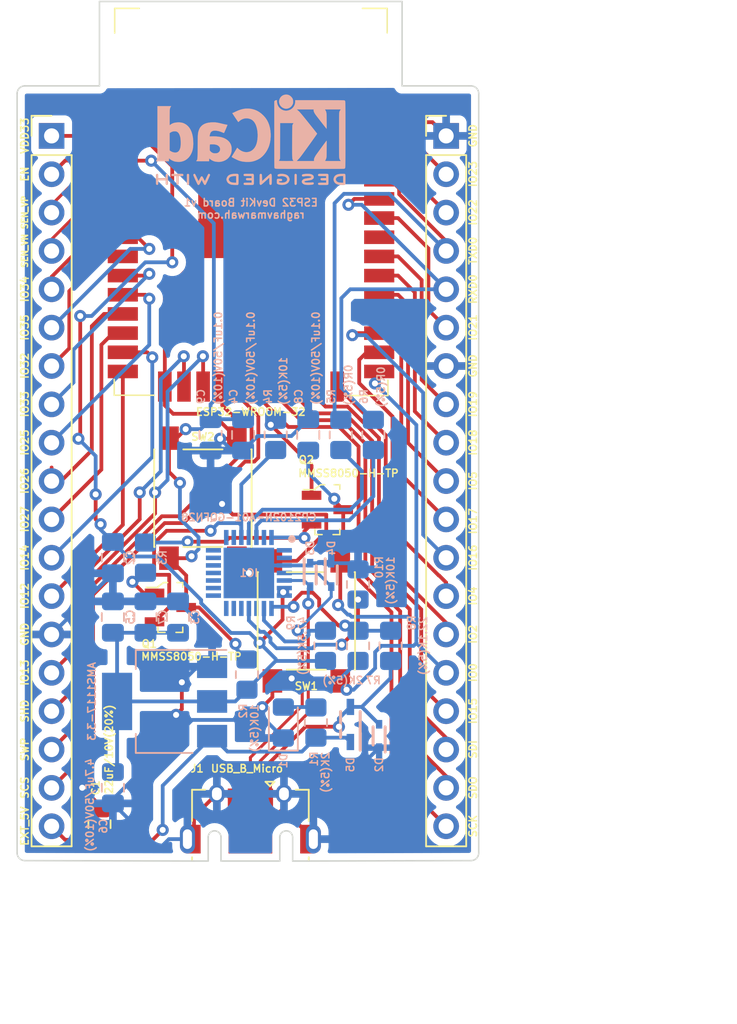
<source format=kicad_pcb>
(kicad_pcb (version 20211014) (generator pcbnew)
  (layers (0 "F.Cu" mixed) (31 "B.Cu" mixed) (34 "B.Paste" user) (35 "F.Paste" user) (36 "B.SilkS" user "B.Silkscreen") (37 "F.SilkS" user "F.Silkscreen") (38 "B.Mask" user) (39 "F.Mask" user) (44 "Edge.Cuts" user))
  (property "project_name" "ESP32 Development Kit")
  (net 0 "")
  (net 1 "/EXT_5V")
  (net 2 "GND")
  (net 3 "/VDD33")
  (net 4 "/EN")
  (net 5 "/IO0")
  (net 6 "Net-(D1-Pad2)")
  (net 7 "/VBUS")
  (net 8 "/USB_DN")
  (net 9 "/USB_DP")
  (net 10 "/DCD")
  (net 11 "/RI")
  (net 12 "Net-(IC1-Pad8)")
  (net 13 "Net-(IC1-Pad9)")
  (net 15 "Net-(IC1-Pad11)")
  (net 27 "/CTS")
  (net 28 "/RTS")
  (net 29 "/RXD")
  (net 30 "/TXD")
  (net 31 "/DSR")
  (net 32 "/DTR")
  (net 34 "/SENSOR_VP")
  (net 35 "/SENSOR_VN")
  (net 36 "/IO34")
  (net 37 "/IO35")
  (net 38 "/IO32")
  (net 39 "/IO33")
  (net 40 "/IO25")
  (net 41 "/IO26")
  (net 42 "/IO27")
  (net 43 "/IO14")
  (net 44 "/IO12")
  (net 45 "/IO13")
  (net 46 "/SHD")
  (net 47 "/SWP")
  (net 48 "/SCS")
  (net 49 "/IO23")
  (net 50 "/IO22")
  (net 51 "/TXD0")
  (net 52 "/RXD0")
  (net 53 "/IO21")
  (net 54 "/IO19")
  (net 55 "/IO18")
  (net 56 "/IO5")
  (net 57 "/IO17")
  (net 58 "/IO16")
  (net 59 "/IO4")
  (net 60 "/IO2")
  (net 61 "/IO15")
  (net 62 "/SDI")
  (net 63 "/SDO")
  (net 64 "/SCK")
  (net 66 "Net-(Q1-Pad1)")
  (net 67 "Net-(Q2-Pad1)")
  (footprint "digikey-footprints:SOT-23-3" (layer "F.Cu") (at 163.449 96.647)
    (fp_text reference "Q2")
    (fp_text value "MMSS8050-H-TP")
  )
  (footprint "Connector_USB:USB_Micro-AB_Molex_47590-0001" (layer "F.Cu") (at 158.3436 118.4656)
    (fp_text reference "J1")
    (fp_text value "USB_B_Micro")
    (fp_line (start 1.95 -0.125) (end 1.95 1.45) (layer "Edge.Cuts") (width 0.1))
    (fp_line (start -2.8 -0.125) (end -2.8 1.45) (layer "Edge.Cuts") (width 0.1))
    (fp_line (start 2.8 -0.125) (end 2.8 1.45) (layer "Edge.Cuts") (width 0.1))
    (fp_line (start -1.95 1.45) (end 1.95 1.45) (layer "Edge.Cuts") (width 0.1))
    (fp_line (start -3.75 1.45) (end -2.8 1.45) (layer "Edge.Cuts") (width 0.1))
    (fp_line (start -1.95 -0.125) (end -1.95 1.45) (layer "Edge.Cuts") (width 0.1))
    (fp_line (start 2.8 1.45) (end 3.75 1.45) (layer "Edge.Cuts") (width 0.1))
    (fp_arc (start 1.95 -0.125) (mid 2.375 -0.55) (end 2.8 -0.125) (layer "Edge.Cuts") (width 0.1))
    (fp_arc (start -2.8 -0.125) (mid -2.375 -0.55) (end -1.95 -0.125) (layer "Edge.Cuts") (width 0.1))
  )
  (footprint "Connector_PinHeader_2.54mm:PinHeader_1x19_P2.54mm_Vertical" (layer "F.Cu") (at 145.161 71.892)
    (fp_text reference "J2" hide)
    (fp_text value "Conn_01x19_Male")
  )
  (footprint "digikey-footprints:SOT-23-3" (layer "F.Cu") (at 153.035 103.124)
    (fp_text reference "Q1")
    (fp_text value "MMSS8050-H-TP")
  )
  (footprint "digikey-footprints:ESP32-WROOM-32D" (layer "F.Cu") (at 158.384 79.239)
    (fp_text reference "MOD1" hide)
    (fp_text value "ESP32-WROOM-32")
  )
  (footprint "Connector_PinHeader_2.54mm:PinHeader_1x19_P2.54mm_Vertical" (layer "F.Cu") (at 171.323 71.892)
    (fp_text reference "J3" hide)
    (fp_text value "Conn_01x19_Male")
  )
  (footprint "Button_Switch_SMD:SW_Push_1P1T_NO_6x6mm_H9.5mm" (layer "F.Cu") (at 155.194 95.885 -90)
    (fp_text reference "SW2")
    (fp_text value "SW_Push")
  )
  (footprint "Capacitor_SMD:C_0805_2012Metric_Pad1.18x1.45mm_HandSolder" (layer "F.Cu") (at 148.336 117.475 90)
    (fp_text reference "C1")
    (fp_text value "22uF/10V(20%)")
  )
  (footprint "Button_Switch_SMD:SW_Push_1P1T_NO_6x6mm_H9.5mm" (layer "F.Cu") (at 162.052 104.013 90)
    (fp_text reference "SW1")
    (fp_text value "SW_Push")
  )
  (footprint "Capacitor_SMD:C_0805_2012Metric_Pad1.18x1.45mm_HandSolder" (layer "B.Cu") (at 153.543 103.759 90)
    (fp_text reference "C3")
    (fp_text value "22uF/10V(20%)")
  )
  (footprint "Resistor_SMD:R_0805_2012Metric_Pad1.20x1.40mm_HandSolder" (layer "B.Cu") (at 165.481 101.6 90)
    (fp_text reference "R10")
    (fp_text value "10K(5%)")
  )
  (footprint "Resistor_SMD:R_0805_2012Metric_Pad1.20x1.40mm_HandSolder" (layer "B.Cu") (at 158.115 107.569 90)
    (fp_text reference "R2")
    (fp_text value "10K(5%)")
  )
  (footprint "Resistor_SMD:R_0805_2012Metric_Pad1.20x1.40mm_HandSolder" (layer "B.Cu") (at 164.338 91.694 90)
    (fp_text reference "R5")
    (fp_text value "0R(5%)")
  )
  (footprint "Capacitor_SMD:C_0805_2012Metric_Pad1.18x1.45mm_HandSolder" (layer "B.Cu") (at 151.384 103.759 90)
    (fp_text reference "C7")
    (fp_text value "0.1uF/50V(10%)")
  )
  (footprint "Capacitor_SMD:C_0805_2012Metric_Pad1.18x1.45mm_HandSolder" (layer "B.Cu") (at 149.225 99.822 -90)
    (fp_text reference "C2")
    (fp_text value "22uF/10V(20%)")
  )
  (footprint "Resistor_SMD:R_0805_2012Metric_Pad1.20x1.40mm_HandSolder" (layer "B.Cu") (at 151.384 99.822 90)
    (fp_text reference "R3")
    (fp_text value "10K(5%)")
  )
  (footprint "Symbol:KiCad-Logo2_5mm_SilkScreen" (layer "B.Cu") (at 158.369 72.136 180)
    (fp_text reference "REF**" hide)
    (fp_text value "KiCad-Logo2_5mm_SilkScreen" hide)
  )
  (footprint "LESD5D5:SODFL1608X70N" (layer "B.Cu") (at 163.703 100.965 -90)
    (fp_text reference "D4")
    (fp_text value "LESD5D5.0CT1G" hide)
  )
  (footprint "Capacitor_SMD:C_0805_2012Metric_Pad1.18x1.45mm_HandSolder" (layer "B.Cu") (at 149.225 103.759 90)
    (fp_text reference "C5")
    (fp_text value "0.1uF/50V(10%)")
  )
  (footprint "BAT760-7:SOD2513X120N" (layer "B.Cu") (at 164.973 110.871 90)
    (fp_text reference "D5")
    (fp_text value "BAT760-7" hide)
  )
  (footprint "Resistor_SMD:R_0805_2012Metric_Pad1.20x1.40mm_HandSolder" (layer "B.Cu") (at 165.481 105.664 90)
    (fp_text reference "R7")
    (fp_text value "47.5K(5%)")
  )
  (footprint "Resistor_SMD:R_0805_2012Metric_Pad1.20x1.40mm_HandSolder" (layer "B.Cu") (at 167.64 105.664 90)
    (fp_text reference "R8")
    (fp_text value "22.1K(5%)")
  )
  (footprint "Resistor_SMD:R_0805_2012Metric_Pad1.20x1.40mm_HandSolder" (layer "B.Cu") (at 163.322 105.664 -90)
    (fp_text reference "R9")
    (fp_text value "2K(5%)")
  )
  (footprint "CP2102N-A01-GQFN28:QFN50P500X500X80-29N-D" (layer "B.Cu") (at 158.242 100.838 180)
    (fp_text reference "IC1")
    (fp_text value "CP2102N-A01-GQFN28")
  )
  (footprint "Capacitor_SMD:C_0805_2012Metric_Pad1.18x1.45mm_HandSolder" (layer "B.Cu") (at 157.861 91.694 -90)
    (fp_text reference "C4")
    (fp_text value "0.1uF/50V(10%)")
  )
  (footprint "Capacitor_SMD:C_0805_2012Metric_Pad1.18x1.45mm_HandSolder" (layer "B.Cu") (at 162.179 91.694 90)
    (fp_text reference "C8")
    (fp_text value "0.1uF/50V(10%)")
  )
  (footprint "LED_SMD:LED_0805_2012Metric_Pad1.15x1.40mm_HandSolder" (layer "B.Cu") (at 160.528 110.744 90)
    (fp_text reference "D1")
    (fp_text value "LED")
  )
  (footprint "Capacitor_SMD:C_0805_2012Metric_Pad1.18x1.45mm_HandSolder" (layer "B.Cu") (at 155.702 91.694 -90)
    (fp_text reference "C9")
    (fp_text value "0.1uF/50V(10%)")
  )
  (footprint "Capacitor_SMD:C_0805_2012Metric_Pad1.18x1.45mm_HandSolder" (layer "B.Cu") (at 149.225 115.062 -90)
    (fp_text reference "C6")
    (fp_text value "4.7uF/50V(10%)")
  )
  (footprint "Resistor_SMD:R_0805_2012Metric_Pad1.20x1.40mm_HandSolder" (layer "B.Cu") (at 166.497 91.694 90)
    (fp_text reference "R6")
    (fp_text value "0R(5%)")
  )
  (footprint "LESD5D5:SODFL1608X70N" (layer "B.Cu") (at 166.878 111.633 90)
    (fp_text reference "D2")
    (fp_text value "LESD5D5.0CT1G" hide)
  )
  (footprint "Package_TO_SOT_SMD:SOT-223-3_TabPin2" (layer "B.Cu") (at 152.654 109.347 180)
    (fp_text reference "U1" hide)
    (fp_text value "AMS1117-3.3")
  )
  (footprint "Resistor_SMD:R_0805_2012Metric_Pad1.20x1.40mm_HandSolder" (layer "B.Cu") (at 162.687 110.744 90)
    (fp_text reference "R1")
    (fp_text value "2K(5%)")
  )
  (footprint "LESD5D5:SODFL1608X70N" (layer "B.Cu") (at 162.306 100.965 -90)
    (fp_text reference "D3")
    (fp_text value "LESD5D5.0CT1G" hide)
  )
  (footprint "Resistor_SMD:R_0805_2012Metric_Pad1.20x1.40mm_HandSolder" (layer "B.Cu") (at 160.02 91.694 -90)
    (fp_text reference "R4")
    (fp_text value "10K(5%)")
  )
  (gr_line (start 168.402 62.992) (end 148.336 62.992) (layer "Edge.Cuts") (width 0.1))
  (gr_line (start 172.847 68.58) (end 172.974 68.58) (layer "Edge.Cuts") (width 0.1))
  (gr_line (start 168.402 68.58) (end 168.402 62.992) (layer "Edge.Cuts") (width 0.1))
  (gr_arc (start 142.875 69.088) (mid 143.02379 68.72879) (end 143.383 68.58) (layer "Edge.Cuts") (width 0.1))
  (gr_line (start 162.0936 119.9156) (end 172.974 119.888) (layer "Edge.Cuts") (width 0.1))
  (gr_arc (start 143.383 119.888) (mid 143.02379 119.73921) (end 142.875 119.38) (layer "Edge.Cuts") (width 0.1))
  (gr_line (start 143.383 68.58) (end 143.383 68.58) (layer "Edge.Cuts") (width 0.1))
  (gr_arc (start 172.974 68.58) (mid 173.33321 68.72879) (end 173.482 69.088) (layer "Edge.Cuts") (width 0.1))
  (gr_line (start 148.336 68.58) (end 143.383 68.58) (layer "Edge.Cuts") (width 0.1))
  (gr_line (start 142.875 69.088) (end 142.875 69.088) (layer "Edge.Cuts") (width 0.1))
  (gr_line (start 142.875 69.088) (end 142.875 119.38) (layer "Edge.Cuts") (width 0.1))
  (gr_line (start 173.482 69.088) (end 173.482 69.088) (layer "Edge.Cuts") (width 0.1))
  (gr_line (start 173.482 119.38) (end 173.482 69.088) (layer "Edge.Cuts") (width 0.1))
  (gr_line (start 148.336 62.992) (end 148.336 68.58) (layer "Edge.Cuts") (width 0.1))
  (gr_line (start 143.383 119.888) (end 154.5936 119.9156) (layer "Edge.Cuts") (width 0.1))
  (gr_arc (start 173.482 119.38) (mid 173.33321 119.73921) (end 172.974 119.888) (layer "Edge.Cuts") (width 0.1))
  (gr_line (start 172.847 68.58) (end 168.402 68.58) (layer "Edge.Cuts") (width 0.1))
  (gr_text "ESP32 DevKit Board v1\nraghavmarwah.com" (at 158.369 76.708) (layer "B.SilkS") (effects (font (size 0.5 0.5) (thickness 0.1)) (justify mirror)))
  (gr_text "SEN_VP" (at 143.383 76.962 90) (layer "F.SilkS") (effects (font (size 0.4 0.4) (thickness 0.1))))
  (gr_text "IO18" (at 173.101 92.202 90) (layer "F.SilkS") (effects (font (size 0.5 0.5) (thickness 0.1))))
  (gr_text "IO13" (at 143.383 107.442 90) (layer "F.SilkS") (effects (font (size 0.5 0.5) (thickness 0.1))))
  (gr_text "SEN_VN" (at 143.383 79.502 90) (layer "F.SilkS") (effects (font (size 0.4 0.4) (thickness 0.1))))
  (gr_text "IO12" (at 143.383 102.362 90) (layer "F.SilkS") (effects (font (size 0.5 0.5) (thickness 0.1))))
  (gr_text "SDO" (at 173.101 115.062 90) (layer "F.SilkS") (effects (font (size 0.5 0.5) (thickness 0.1))))
  (gr_text "SWP" (at 143.383 112.522 90) (layer "F.SilkS") (effects (font (size 0.5 0.5) (thickness 0.1))))
  (gr_text "IO4" (at 173.101 102.362 90) (layer "F.SilkS") (effects (font (size 0.5 0.5) (thickness 0.1))))
  (gr_text "TXD0" (at 173.101 79.502 90) (layer "F.SilkS") (effects (font (size 0.5 0.5) (thickness 0.1))))
  (gr_text "IO15" (at 173.101 109.982 90) (layer "F.SilkS") (effects (font (size 0.5 0.5) (thickness 0.1))))
  (gr_text "IO2" (at 173.101 104.902 90) (layer "F.SilkS") (effects (font (size 0.5 0.5) (thickness 0.1))))
  (gr_text "GND" (at 143.383 104.902 90) (layer "F.SilkS") (effects (font (size 0.5 0.5) (thickness 0.1))))
  (gr_text "IO5" (at 173.101 94.742 90) (layer "F.SilkS") (effects (font (size 0.5 0.5) (thickness 0.1))))
  (gr_text "IO26" (at 143.383 94.742 90) (layer "F.SilkS") (effects (font (size 0.5 0.5) (thickness 0.1))))
  (gr_text "IO17" (at 173.101 97.409 90) (layer "F.SilkS") (effects (font (size 0.5 0.5) (thickness 0.1))))
  (gr_text "GND" (at 173.101 71.882 90) (layer "F.SilkS") (effects (font (size 0.5 0.5) (thickness 0.1))))
  (gr_text "SCK" (at 173.101 117.602 90) (layer "F.SilkS") (effects (font (size 0.5 0.5) (thickness 0.1))))
  (gr_text "IO27" (at 143.383 97.282 90) (layer "F.SilkS") (effects (font (size 0.5 0.5) (thickness 0.1))))
  (gr_text "EN" (at 143.383 74.422 90) (layer "F.SilkS") (effects (font (size 0.5 0.5) (thickness 0.1))))
  (gr_text "VDD33" (at 143.383 71.882 90) (layer "F.SilkS") (effects (font (size 0.5 0.5) (thickness 0.1))))
  (gr_text "GND" (at 173.101 87.122 90) (layer "F.SilkS") (effects (font (size 0.5 0.5) (thickness 0.1))))
  (gr_text "IO33" (at 143.383 89.662 90) (layer "F.SilkS") (effects (font (size 0.5 0.5) (thickness 0.1))))
  (gr_text "IO32" (at 143.383 87.122 90) (layer "F.SilkS") (effects (font (size 0.5 0.5) (thickness 0.1))))
  (gr_text "IO19" (at 173.101 89.662 90) (layer "F.SilkS") (effects (font (size 0.5 0.5) (thickness 0.1))))
  (gr_text "SHD" (at 143.383 109.982 90) (layer "F.SilkS") (effects (font (size 0.5 0.5) (thickness 0.1))))
  (gr_text "IO35" (at 143.383 84.582 90) (layer "F.SilkS") (effects (font (size 0.5 0.5) (thickness 0.1))))
  (gr_text "SDI" (at 173.101 112.522 90) (layer "F.SilkS") (effects (font (size 0.5 0.5) (thickness 0.1))))
  (gr_text "IO21" (at 173.101 84.582 90) (layer "F.SilkS") (effects (font (size 0.5 0.5) (thickness 0.1))))
  (gr_text "IO34" (at 143.383 82.042 90) (layer "F.SilkS") (effects (font (size 0.5 0.5) (thickness 0.1))))
  (gr_text "SCS" (at 143.383 115.062 90) (layer "F.SilkS") (effects (font (size 0.5 0.5) (thickness 0.1))))
  (gr_text "RXD0" (at 173.101 82.042 90) (layer "F.SilkS") (effects (font (size 0.5 0.5) (thickness 0.1))))
  (gr_text "IO0" (at 173.101 107.442 90) (layer "F.SilkS") (effects (font (size 0.5 0.5) (thickness 0.1))))
  (gr_text "IO22" (at 173.101 76.962 90) (layer "F.SilkS") (effects (font (size 0.5 0.5) (thickness 0.1))))
  (gr_text "IO25" (at 143.383 92.202 90) (layer "F.SilkS") (effects (font (size 0.5 0.5) (thickness 0.1))))
  (gr_text "IO23" (at 173.101 74.422 90) (layer "F.SilkS") (effects (font (size 0.5 0.5) (thickness 0.1))))
  (gr_text "IO16" (at 173.101 99.822 90) (layer "F.SilkS") (effects (font (size 0.5 0.5) (thickness 0.1))))
  (gr_text "IO14" (at 143.383 99.822 90) (layer "F.SilkS") (effects (font (size 0.5 0.5) (thickness 0.1))))
  (gr_text "EXT_5V" (at 143.383 117.602 90) (layer "F.SilkS") (effects (font (size 0.5 0.5) (thickness 0.1))))
  (segment (start 146.0615 118.5125) (end 148.336 118.5125) (width 0.25) (layer "F.Cu") (net 1))
  (segment (start 151.8705 118.5125) (end 152.527 117.856) (width 0.25) (layer "F.Cu") (net 1))
  (segment (start 148.336 118.5125) (end 151.8705 118.5125) (width 0.25) (layer "F.Cu") (net 1))
  (segment (start 145.161 117.612) (end 146.0615 118.5125) (width 0.25) (layer "F.Cu") (net 1))
  (via (at 152.527 117.856) (size 0.8) (drill 0.4) (layers "F.Cu" "B.Cu") (net 1))
  (segment (start 152.527 117.856) (end 152.527 114.924) (width 0.25) (layer "B.Cu") (net 1))
  (segment (start 162.687 111.744) (end 164.684 111.744) (width 0.25) (layer "B.Cu") (net 1))
  (segment (start 156.826 112.669) (end 161.762 112.669) (width 0.25) (layer "B.Cu") (net 1))
  (segment (start 164.684 111.744) (end 164.973 112.033) (width 0.25) (layer "B.Cu") (net 1))
  (segment (start 152.527 114.924) (end 155.804 111.647) (width 0.25) (layer "B.Cu") (net 1))
  (segment (start 155.804 111.647) (end 156.826 112.669) (width 0.25) (layer "B.Cu") (net 1))
  (segment (start 161.762 112.669) (end 162.687 111.744) (width 0.25) (layer "B.Cu") (net 1))
  (segment (start 154.6061 118.4656) (end 154.6061 116.9781) (width 0.25) (layer "F.Cu") (net 2))
  (segment (start 157.384 77.484) (end 152.669 82.199) (width 0.25) (layer "F.Cu") (net 2))
  (segment (start 160.5686 116.5156) (end 160.5686 115.4656) (width 0.25) (layer "F.Cu") (net 2))
  (segment (start 153.222 90.297) (end 155.831 90.297) (width 0.25) (layer "F.Cu") (net 2))
  (segment (start 153.797 108.077) (end 153.797 109.855) (width 0.25) (layer "F.Cu") (net 2))
  (segment (start 159.624 99.86) (end 159.802 100.038) (width 0.25) (layer "F.Cu") (net 2))
  (segment (start 156.464 96.266) (end 157.17 96.972) (width 0.25) (layer "F.Cu") (net 2))
  (segment (start 166.884 70.984) (end 170.415 70.984) (width 0.25) (layer "F.Cu") (net 2))
  (segment (start 155.831 90.297) (end 157.444 91.91) (width 0.25) (layer "F.Cu") (net 2))
  (segment (start 161.426805 100.038) (end 159.802 100.038) (width 0.25) (layer "F.Cu") (net 2))
  (segment (start 163.884 70.984) (end 166.884 70.984) (width 0.25) (layer "F.Cu") (net 2))
  (segment (start 160.9145 107.988) (end 161.0795 107.823) (width 0.25) (layer "F.Cu") (net 2))
  (segment (start 163.374 96.972) (end 163.374 98.090805) (width 0.25) (layer "F.Cu") (net 2))
  (segment (start 157.444 100.04) (end 158.242 100.838) (width 0.25) (layer "F.Cu") (net 2))
  (segment (start 158.4936 118.4656) (end 158.3436 118.4656) (width 0.25) (layer "F.Cu") (net 2))
  (segment (start 150.884 70.984) (end 157.384 77.484) (width 0.25) (layer "F.Cu") (net 2))
  (segment (start 156.337 91.948) (end 157.406 91.948) (width 0.25) (layer "F.Cu") (net 2))
  (segment (start 159.802 107.988) (end 160.9145 107.988) (width 0.25) (layer "F.Cu") (net 2))
  (segment (start 157.0436 117.1656) (end 158.3436 118.4656) (width 0.25) (layer "F.Cu") (net 2))
  (segment (start 159.802 109.057) (end 159.131 109.728) (width 0.25) (layer "F.Cu") (net 2))
  (segment (start 152.669 89.744) (end 153.222 90.297) (width 0.25) (layer "F.Cu") (net 2))
  (segment (start 157.444 99.86) (end 159.624 99.86) (width 0.25) (layer "F.Cu") (net 2))
  (segment (start 154.6061 116.9781) (end 156.1186 115.4656) (width 0.25) (layer "F.Cu") (net 2))
  (segment (start 160.5686 115.4656) (end 160.5686 116.3906) (width 0.25) (layer "F.Cu") (net 2))
  (segment (start 152.669 82.199) (end 152.669 88.494) (width 0.25) (layer "F.Cu") (net 2))
  (segment (start 163.374 98.090805) (end 161.426805 100.038) (width 0.25) (layer "F.Cu") (net 2))
  (segment (start 157.17 96.972) (end 163.374 96.972) (width 0.25) (layer "F.Cu") (net 2))
  (segment (start 152.669 88.494) (end 152.669 89.744) (width 0.25) (layer "F.Cu") (net 2))
  (segment (start 160.5686 116.3906) (end 158.4936 118.4656) (width 0.25) (layer "F.Cu") (net 2))
  (segment (start 156.7186 115.4656) (end 157.0436 115.7906) (width 0.25) (layer "F.Cu") (net 2))
  (segment (start 157.406 91.948) (end 157.444 91.91) (width 0.25) (layer "F.Cu") (net 2))
  (segment (start 157.384 77.484) (end 163.884 70.984) (width 0.25) (layer "F.Cu") (net 2))
  (segment (start 157.444 99.86) (end 157.444 100.04) (width 0.25) (layer "F.Cu") (net 2))
  (segment (start 157.0436 115.7906) (end 157.0436 117.1656) (width 0.25) (layer "F.Cu") (net 2))
  (segment (start 170.415 70.984) (end 171.323 71.892) (width 0.25) (layer "F.Cu") (net 2))
  (segment (start 148.336 116.205) (end 147.193 115.062) (width 0.25) (layer "F.Cu") (net 2))
  (segment (start 159.802 107.988) (end 159.802 109.057) (width 0.25) (layer "F.Cu") (net 2))
  (segment (start 156.1186 115.4656) (end 156.7186 115.4656) (width 0.25) (layer "F.Cu") (net 2))
  (segment (start 162.5186 118.4656) (end 160.5686 116.5156) (width 0.25) (layer "F.Cu") (net 2))
  (segment (start 149.884 70.984) (end 150.884 70.984) (width 0.25) (layer "F.Cu") (net 2))
  (segment (start 153.797 109.855) (end 153.416 110.236) (width 0.25) (layer "F.Cu") (net 2))
  (segment (start 148.336 116.4375) (end 148.336 116.205) (width 0.25) (layer "F.Cu") (net 2))
  (via (at 156.464 96.266) (size 0.8) (drill 0.4) (layers "F.Cu" "B.Cu") (net 2))
  (via (at 153.416 110.236) (size 0.8) (drill 0.4) (layers "F.Cu" "B.Cu") (net 2))
  (via (at 147.193 115.062) (size 0.8) (drill 0.4) (layers "F.Cu" "B.Cu") (net 2))
  (via (at 153.797 108.077) (size 0.8) (drill 0.4) (layers "F.Cu" "B.Cu") (net 2))
  (via (at 156.337 91.948) (size 0.8) (drill 0.4) (layers "F.Cu" "B.Cu") (net 2))
  (via (at 159.131 109.728) (size 0.8) (drill 0.4) (layers "F.Cu" "B.Cu") (net 2))
  (via (at 161.0795 107.823) (size 0.8) (drill 0.4) (layers "F.Cu" "B.Cu") (net 2))
  (via (at 158.242 100.838) (size 0.8) (drill 0.4) (layers "F.Cu" "B.Cu") (net 2))
  (segment (start 157.861 92.7315) (end 158.8235 91.769) (width 0.25) (layer "B.Cu") (net 2))
  (segment (start 160.592 100.338) (end 158.742 100.338) (width 0.25) (layer "B.Cu") (net 2))
  (segment (start 153.543 102.7215) (end 155.804 104.9825) (width 0.25) (layer "B.Cu") (net 2))
  (segment (start 160.5686 115.4656) (end 163.8204 115.4656) (width 0.25) (layer "B.Cu") (net 2))
  (segment (start 155.702 92.7315) (end 157.861 92.7315) (width 0.25) (layer "B.Cu") (net 2))
  (segment (start 154.827 107.047) (end 153.797 108.077) (width 0.25) (layer "B.Cu") (net 2))
  (segment (start 161.0795 107.823) (end 164.322 107.823) (width 0.25) (layer "B.Cu") (net 2))
  (segment (start 145.161 104.912) (end 149.2135 100.8595) (width 0.25) (layer "B.Cu") (net 2))
  (segment (start 154.479 110.572) (end 159.331 110.572) (width 0.25) (layer "B.Cu") (net 2))
  (segment (start 157.861 92.7315) (end 157.1205 92.7315) (width 0.25) (layer "B.Cu") (net 2))
  (segment (start 155.804 107.047) (end 154.827 107.047) (width 0.25) (layer "B.Cu") (net 2))
  (segment (start 155.702 95.504) (end 155.702 92.7315) (width 0.25) (layer "B.Cu") (net 2))
  (segment (start 155.804 104.9825) (end 155.804 107.047) (width 0.25) (layer "B.Cu") (net 2))
  (segment (start 162.306 100.19) (end 163.703 100.19) (width 0.25) (layer "B.Cu") (net 2))
  (segment (start 159.331 110.572) (end 160.528 111.769) (width 0.25) (layer "B.Cu") (net 2))
  (segment (start 149.225 100.8595) (end 149.225 102.7215) (width 0.25) (layer "B.Cu") (net 2))
  (segment (start 160.592 100.338) (end 162.158 100.338) (width 0.25) (layer "B.Cu") (net 2))
  (segment (start 149.2135 100.8595) (end 149.225 100.8595) (width 0.25) (layer "B.Cu") (net 2))
  (segment (start 152.434705 118.9736) (end 152.942705 118.4656) (width 0.25) (layer "B.Cu") (net 2))
  (segment (start 165.071 100.19) (end 165.481 100.6) (width 0.25) (layer "B.Cu") (net 2))
  (segment (start 152.942705 118.4656) (end 154.1686 118.4656) (width 0.25) (layer "B.Cu") (net 2))
  (segment (start 149.225 102.7215) (end 151.384 102.7215) (width 0.25) (layer "B.Cu") (net 2))
  (segment (start 157.1205 92.7315) (end 156.337 91.948) (width 0.25) (layer "B.Cu") (net 2))
  (segment (start 163.8204 115.4656) (end 166.878 112.408) (width 0.25) (layer "B.Cu") (net 2))
  (segment (start 162.158 100.338) (end 162.306 100.19) (width 0.25) (layer "B.Cu") (net 2))
  (segment (start 149.225 115.826) (end 153.4805 111.5705) (width 0.25) (layer "B.Cu") (net 2))
  (segment (start 153.4805 111.5705) (end 154.479 110.572) (width 0.25) (layer "B.Cu") (net 2))
  (segment (start 163.703 100.19) (end 165.071 100.19) (width 0.25) (layer "B.Cu") (net 2))
  (segment (start 164.322 107.823) (end 165.481 106.664) (width 0.25) (layer "B.Cu") (net 2))
  (segment (start 149.225 116.0995) (end 150.2664 117.1409) (width 0.25) (layer "B.Cu") (net 2))
  (segment (start 158.8235 91.769) (end 161.0665 91.769) (width 0.25) (layer "B.Cu") (net 2))
  (segment (start 153.416 111.506) (end 153.4805 111.5705) (width 0.25) (layer "B.Cu") (net 2))
  (segment (start 151.384 102.7215) (end 153.543 102.7215) (width 0.25) (layer "B.Cu") (net 2))
  (segment (start 149.225 116.0995) (end 149.225 115.826) (width 0.25) (layer "B.Cu") (net 2))
  (segment (start 159.131 110.372) (end 159.331 110.572) (width 0.25) (layer "B.Cu") (net 2))
  (segment (start 161.0665 91.769) (end 162.179 90.6565) (width 0.25) (layer "B.Cu") (net 2))
  (segment (start 159.131 109.728) (end 159.131 110.372) (width 0.25) (layer "B.Cu") (net 2))
  (segment (start 150.2664 118.9736) (end 152.434705 118.9736) (width 0.25) (layer "B.Cu") (net 2))
  (segment (start 156.464 96.266) (end 155.702 95.504) (width 0.25) (layer "B.Cu") (net 2))
  (segment (start 158.742 100.338) (end 158.242 100.838) (width 0.25) (layer "B.Cu") (net 2))
  (segment (start 153.416 110.236) (end 153.416 111.506) (width 0.25) (layer "B.Cu") (net 2))
  (segment (start 150.2664 117.1409) (end 150.2664 118.9736) (width 0.25) (layer "B.Cu") (net 2))
  (segment (start 153.162 73.904695) (end 153.162 80.264) (width 0.25) (layer "F.Cu") (net 3))
  (segment (start 160.476268 103.934435) (end 160.476268 102.148234) (width 0.25) (layer "F.Cu") (net 3))
  (segment (start 148.082 97.282) (end 148.408799 97.608799) (width 0.25) (layer "F.Cu") (net 3))
  (segment (start 148.082 95.631) (end 148.082 97.282) (width 0.25) (layer "F.Cu") (net 3))
  (segment (start 149.884 72.254) (end 151.511305 72.254) (width 0.25) (layer "F.Cu") (net 3))
  (segment (start 158.949305 105.461398) (end 160.476268 103.934435) (width 0.25) (layer "F.Cu") (net 3))
  (segment (start 160.476268 102.148234) (end 160.516502 102.108) (width 0.25) (layer "F.Cu") (net 3))
  (segment (start 149.522 71.892) (end 149.884 72.254) (width 0.25) (layer "F.Cu") (net 3))
  (segment (start 147.0605 83.82) (end 147.0605 91.8265) (width 0.25) (layer "F.Cu") (net 3))
  (segment (start 147.0605 91.8265) (end 146.939 91.948) (width 0.25) (layer "F.Cu") (net 3))
  (segment (start 145.161 71.892) (end 149.522 71.892) (width 0.25) (layer "F.Cu") (net 3))
  (segment (start 151.511305 72.254) (end 153.162 73.904695) (width 0.25) (layer "F.Cu") (net 3))
  (via (at 153.162 80.264) (size 0.8) (drill 0.4) (layers "F.Cu" "B.Cu") (net 3))
  (via (at 146.939 91.948) (size 0.8) (drill 0.4) (layers "F.Cu" "B.Cu") (net 3))
  (via (at 147.0605 83.82) (size 0.8) (drill 0.4) (layers "F.Cu" "B.Cu") (net 3))
  (via (at 160.516502 102.108) (size 0.8) (drill 0.4) (layers "F.Cu" "B.Cu") (net 3))
  (via (at 148.082 95.631) (size 0.8) (drill 0.4) (layers "F.Cu" "B.Cu") (net 3))
  (via (at 158.949305 105.461398) (size 0.8) (drill 0.4) (layers "F.Cu" "B.Cu") (net 3))
  (via (at 148.408799 97.608799) (size 0.8) (drill 0.4) (layers "F.Cu" "B.Cu") (net 3))
  (segment (start 150.1875 99.747) (end 149.225 98.7845) (width 0.25) (layer "B.Cu") (net 3))
  (segment (start 160.592 102.183498) (end 160.516502 102.108) (width 0.25) (layer "B.Cu") (net 3))
  (segment (start 160.592 101.838) (end 160.592 102.338) (width 0.25) (layer "B.Cu") (net 3))
  (segment (start 155.804 109.347) (end 157.337 109.347) (width 0.25) (layer "B.Cu") (net 3))
  (segment (start 149.225 104.7965) (end 151.384 104.7965) (width 0.25) (layer "B.Cu") (net 3))
  (segment (start 158.949305 105.461398) (end 158.299907 104.812) (width 0.25) (layer "B.Cu") (net 3))
  (segment (start 155.078448 102.627448) (end 152.198 99.747) (width 0.25) (layer "B.Cu") (net 3))
  (segment (start 155.078448 102.837753) (end 155.078448 102.627448) (width 0.25) (layer "B.Cu") (net 3))
  (segment (start 149.225 104.7965) (end 149.504 105.0755) (width 0.25) (layer "B.Cu") (net 3))
  (segment (start 147.818695 83.82) (end 147.0605 83.82) (width 0.25) (layer "B.Cu") (net 3))
  (segment (start 153.162 80.264) (end 151.374695 80.264) (width 0.25) (layer "B.Cu") (net 3))
  (segment (start 148.408799 97.608799) (end 148.408799 97.968299) (width 0.25) (layer "B.Cu") (net 3))
  (segment (start 151.374695 80.264) (end 147.818695 83.82) (width 0.25) (layer "B.Cu") (net 3))
  (segment (start 152.198 99.747) (end 150.1875 99.747) (width 0.25) (layer "B.Cu") (net 3))
  (segment (start 151.384 104.7965) (end 153.543 104.7965) (width 0.25) (layer "B.Cu") (net 3))
  (segment (start 149.504 109.347) (end 155.804 109.347) (width 0.25) (layer "B.Cu") (net 3))
  (segment (start 148.408799 97.968299) (end 149.225 98.7845) (width 0.25) (layer "B.Cu") (net 3))
  (segment (start 148.082 93.091) (end 148.082 95.631) (width 0.25) (layer "B.Cu") (net 3))
  (segment (start 149.504 105.0755) (end 149.504 109.347) (width 0.25) (layer "B.Cu") (net 3))
  (segment (start 157.337 109.347) (end 158.115 108.569) (width 0.25) (layer "B.Cu") (net 3))
  (segment (start 157.052695 104.812) (end 155.078448 102.837753) (width 0.25) (layer "B.Cu") (net 3))
  (segment (start 158.299907 104.812) (end 157.052695 104.812) (width 0.25) (layer "B.Cu") (net 3))
  (segment (start 160.02 106.664) (end 163.322 106.664) (width 0.25) (layer "B.Cu") (net 3))
  (segment (start 158.949305 105.461398) (end 160.02 106.532093) (width 0.25) (layer "B.Cu") (net 3))
  (segment (start 146.939 91.948) (end 148.082 93.091) (width 0.25) (layer "B.Cu") (net 3))
  (segment (start 160.02 106.532093) (end 160.02 106.664) (width 0.25) (layer "B.Cu") (net 3))
  (segment (start 160.592 102.338) (end 160.592 102.183498) (width 0.25) (layer "B.Cu") (net 3))
  (segment (start 149.504 113.7455) (end 149.504 109.347) (width 0.25) (layer "B.Cu") (net 3))
  (segment (start 149.225 114.0245) (end 149.504 113.7455) (width 0.25) (layer "B.Cu") (net 3))
  (segment (start 158.115 108.569) (end 160.02 106.664) (width 0.25) (layer "B.Cu") (net 3))
  (segment (start 154.314698 99.86) (end 154.442263 99.732435) (width 0.25) (layer "F.Cu") (net 4))
  (segment (start 149.893 73.533) (end 149.884 73.524) (width 0.25) (layer "F.Cu") (net 4))
  (segment (start 146.069 73.524) (end 149.884 73.524) (width 0.25) (layer "F.Cu") (net 4))
  (segment (start 152.944 99.86) (end 154.314698 99.86) (width 0.25) (layer "F.Cu") (net 4))
  (segment (start 153.454 91.91) (end 154.051 91.313) (width 0.25) (layer "F.Cu") (net 4))
  (segment (start 145.161 74.432) (end 146.069 73.524) (width 0.25) (layer "F.Cu") (net 4))
  (segment (start 151.765 73.533) (end 149.893 73.533) (width 0.25) (layer "F.Cu") (net 4))
  (segment (start 152.944 94.143) (end 153.67 94.869) (width 0.25) (layer "F.Cu") (net 4))
  (segment (start 154.085 103.124) (end 154.94 103.124) (width 0.25) (layer "F.Cu") (net 4))
  (segment (start 152.944 99.86) (end 154.085 101.001) (width 0.25) (layer "F.Cu") (net 4))
  (segment (start 152.944 91.91) (end 153.454 91.91) (width 0.25) (layer "F.Cu") (net 4))
  (segment (start 154.94 103.124) (end 157.353 105.537) (width 0.25) (layer "F.Cu") (net 4))
  (segment (start 152.944 91.91) (end 152.944 94.143) (width 0.25) (layer "F.Cu") (net 4))
  (segment (start 154.085 101.001) (end 154.085 103.124) (width 0.25) (layer "F.Cu") (net 4))
  (via (at 154.051 91.313) (size 0.8) (drill 0.4) (layers "F.Cu" "B.Cu") (net 4))
  (via (at 157.353 105.537) (size 0.8) (drill 0.4) (layers "F.Cu" "B.Cu") (net 4))
  (via (at 153.67 94.869) (size 0.8) (drill 0.4) (layers "F.Cu" "B.Cu") (net 4))
  (via (at 151.765 73.533) (size 0.8) (drill 0.4) (layers "F.Cu" "B.Cu") (net 4))
  (via (at 154.442263 99.732435) (size 0.8) (drill 0.4) (layers "F.Cu" "B.Cu") (net 4))
  (segment (start 155.702 89.662) (end 155.702 90.6565) (width 0.25) (layer "B.Cu") (net 4))
  (segment (start 157.353 105.807) (end 158.115 106.569) (width 0.25) (layer "B.Cu") (net 4))
  (segment (start 153.67 94.869) (end 153.67 97.235195) (width 0.25) (layer "B.Cu") (net 4))
  (segment (start 155.919 77.687) (end 155.919 89.445) (width 0.25) (layer "B.Cu") (net 4))
  (segment (start 155.919 89.445) (end 155.702 89.662) (width 0.25) (layer "B.Cu") (net 4))
  (segment (start 155.702 90.6565) (end 157.861 90.6565) (width 0.25) (layer "B.Cu") (net 4))
  (segment (start 153.67 97.235195) (end 154.903 98.468195) (width 0.25) (layer "B.Cu") (net 4))
  (segment (start 151.765 73.533) (end 155.919 77.687) (width 0.25) (layer "B.Cu") (net 4))
  (segment (start 157.353 105.537) (end 157.353 105.807) (width 0.25) (layer "B.Cu") (net 4))
  (segment (start 155.0455 91.313) (end 155.702 90.6565) (width 0.25) (layer "B.Cu") (net 4))
  (segment (start 154.051 91.313) (end 155.0455 91.313) (width 0.25) (layer "B.Cu") (net 4))
  (segment (start 154.442263 99.732435) (end 154.903 99.271698) (width 0.25) (layer "B.Cu") (net 4))
  (segment (start 154.903 98.468195) (end 154.903 99.271698) (width 0.25) (layer "B.Cu") (net 4))
  (segment (start 164.159138 102.957605) (end 164.302 102.814743) (width 0.25) (layer "F.Cu") (net 5))
  (segment (start 164.499 96.647) (end 163.905964 96.053964) (width 0.25) (layer "F.Cu") (net 5))
  (segment (start 164.499 96.647) (end 164.499 99.841) (width 0.25) (layer "F.Cu") (net 5))
  (segment (start 163.905964 96.053964) (end 163.905964 95.9225) (width 0.25) (layer "F.Cu") (net 5))
  (segment (start 164.302 102.814743) (end 164.302 100.038) (width 0.25) (layer "F.Cu") (net 5))
  (segment (start 166.884 88.005) (end 166.6018 88.2872) (width 0.25) (layer "F.Cu") (net 5))
  (segment (start 166.884 87.494) (end 166.884 88.005) (width 0.25) (layer "F.Cu") (net 5))
  (segment (start 164.302 108.154729) (end 164.719281 108.57201) (width 0.25) (layer "F.Cu") (net 5))
  (segment (start 164.499 99.841) (end 164.302 100.038) (width 0.25) (layer "F.Cu") (net 5))
  (segment (start 164.302 107.988) (end 164.302 108.154729) (width 0.25) (layer "F.Cu") (net 5))
  (via (at 163.905964 95.9225) (size 0.8) (drill 0.4) (layers "F.Cu" "B.Cu") (net 5))
  (via (at 166.6018 88.2872) (size 0.8) (drill 0.4) (layers "F.Cu" "B.Cu") (net 5))
  (via (at 164.159138 102.957605) (size 0.8) (drill 0.4) (layers "F.Cu" "B.Cu") (net 5))
  (via (at 164.719281 108.57201) (size 0.8) (drill 0.4) (layers "F.Cu" "B.Cu") (net 5))
  (segment (start 169.163 105.664) (end 169.349 105.478) (width 0.25) (layer "B.Cu") (net 5))
  (segment (start 164.921805 103.599779) (end 165.061026 103.739) (width 0.25) (layer "B.Cu") (net 5))
  (segment (start 162.179 94.195536) (end 163.905964 95.9225) (width 0.25) (layer "B.Cu") (net 5))
  (segment (start 165.061026 103.739) (end 168.763 103.739) (width 0.25) (layer "B.Cu") (net 5))
  (segment (start 166.615 107.143173) (end 166.615 106.075827) (width 0.25) (layer "B.Cu") (net 5))
  (segment (start 166.6018 88.2872) (end 169.349 91.0344) (width 0.25) (layer "B.Cu") (net 5))
  (segment (start 165.186163 108.57201) (end 166.615 107.143173) (width 0.25) (layer "B.Cu") (net 5))
  (segment (start 162.179 92.7315) (end 162.179 94.195536) (width 0.25) (layer "B.Cu") (net 5))
  (segment (start 164.719281 108.57201) (end 165.186163 108.57201) (width 0.25) (layer "B.Cu") (net 5))
  (segment (start 169.349 91.0344) (end 169.349 104.325) (width 0.25) (layer "B.Cu") (net 5))
  (segment (start 164.159138 102.957605) (end 164.801312 103.599779) (width 0.25) (layer "B.Cu") (net 5))
  (segment (start 168.763 103.739) (end 169.349 104.325) (width 0.25) (layer "B.Cu") (net 5))
  (segment (start 167.026827 105.664) (end 169.163 105.664) (width 0.25) (layer "B.Cu") (net 5))
  (segment (start 169.349 105.478) (end 171.323 107.452) (width 0.25) (layer "B.Cu") (net 5))
  (segment (start 166.615 106.075827) (end 167.026827 105.664) (width 0.25) (layer "B.Cu") (net 5))
  (segment (start 164.801312 103.599779) (end 164.921805 103.599779) (width 0.25) (layer "B.Cu") (net 5))
  (segment (start 169.349 104.325) (end 169.349 105.478) (width 0.25) (layer "B.Cu") (net 5))
  (segment (start 162.662 109.719) (end 162.687 109.744) (width 0.25) (layer "B.Cu") (net 6))
  (segment (start 160.528 109.719) (end 162.662 109.719) (width 0.25) (layer "B.Cu") (net 6))
  (segment (start 161.9945 111.0195) (end 164.211 111.0195) (width 0.25) (layer "F.Cu") (net 7))
  (segment (start 159.6436 115.7906) (end 159.6436 113.3704) (width 0.25) (layer "F.Cu") (net 7))
  (segment (start 159.6436 113.3704) (end 161.9945 111.0195) (width 0.25) (layer "F.Cu") (net 7))
  (via (at 164.211 111.0195) (size 0.8) (drill 0.4) (layers "F.Cu" "B.Cu") (net 7))
  (segment (start 165.729 109.709) (end 166.878 110.858) (width 0.25) (layer "B.Cu") (net 7))
  (segment (start 164.973 109.709) (end 165.729 109.709) (width 0.25) (layer "B.Cu") (net 7))
  (segment (start 164.211 110.471) (end 164.973 109.709) (width 0.25) (layer "B.Cu") (net 7))
  (segment (start 167.64 107.798) (end 165.729 109.709) (width 0.25) (layer "B.Cu") (net 7))
  (segment (start 167.64 106.664) (end 167.64 107.798) (width 0.25) (layer "B.Cu") (net 7))
  (segment (start 164.211 111.0195) (end 164.211 110.471) (width 0.25) (layer "B.Cu") (net 7))
  (segment (start 162.179 110.109) (end 162.179 102.87) (width 0.2) (layer "F.Cu") (net 8))
  (segment (start 158.9936 113.2944) (end 162.179 110.109) (width 0.2) (layer "F.Cu") (net 8))
  (segment (start 158.9936 115.7906) (end 158.9936 113.2944) (width 0.2) (layer "F.Cu") (net 8))
  (via (at 162.179 102.87) (size 0.8) (drill 0.4) (layers "F.Cu" "B.Cu") (net 8))
  (segment (start 160.592 101.338) (end 161.904 101.338) (width 0.2) (layer "B.Cu") (net 8))
  (segment (start 161.904 101.338) (end 162.306 101.74) (width 0.2) (layer "B.Cu") (net 8))
  (segment (start 162.179 101.867) (end 162.306 101.74) (width 0.2) (layer "B.Cu") (net 8))
  (segment (start 162.179 102.87) (end 162.179 101.867) (width 0.2) (layer "B.Cu") (net 8))
  (segment (start 158.3436 113.0554) (end 161.779 109.62) (width 0.2) (layer "F.Cu") (net 9))
  (segment (start 161.779 109.62) (end 161.779 104.9475) (width 0.2) (layer "F.Cu") (net 9))
  (segment (start 158.3436 115.7906) (end 158.3436 113.0554) (width 0.2) (layer "F.Cu") (net 9))
  (segment (start 161.779 104.9475) (end 161.4795 104.648) (width 0.2) (layer "F.Cu") (net 9))
  (via (at 161.4795 104.648) (size 0.8) (drill 0.4) (layers "F.Cu" "B.Cu") (net 9))
  (segment (start 161.4795 104.648) (end 163.703 102.4245) (width 0.2) (layer "B.Cu") (net 9))
  (segment (start 163.703 102.4245) (end 163.703 101.74) (width 0.2) (layer "B.Cu") (net 9))
  (segment (start 162.801 100.838) (end 163.703 101.74) (width 0.2) (layer "B.Cu") (net 9))
  (segment (start 160.592 100.838) (end 162.801 100.838) (width 0.2) (layer "B.Cu") (net 9))
  (segment (start 162.904 103.03679) (end 162.904 102.569695) (width 0.25) (layer "F.Cu") (net 12))
  (segment (start 164.6215 104.324779) (end 164.191989 104.324779) (width 0.25) (layer "F.Cu") (net 12))
  (segment (start 164.191989 104.324779) (end 162.904 103.03679) (width 0.25) (layer "F.Cu") (net 12))
  (segment (start 161.761 102.145) (end 161.201268 102.704732) (width 0.25) (layer "F.Cu") (net 12))
  (segment (start 162.479305 102.145) (end 161.761 102.145) (width 0.25) (layer "F.Cu") (net 12))
  (segment (start 162.904 102.569695) (end 162.479305 102.145) (width 0.25) (layer "F.Cu") (net 12))
  (segment (start 161.201268 102.704732) (end 161.201268 103.077474) (width 0.25) (layer "F.Cu") (net 12))
  (via (at 164.6215 104.324779) (size 0.8) (drill 0.4) (layers "F.Cu" "B.Cu") (net 12))
  (via (at 161.201268 103.077474) (size 0.8) (drill 0.4) (layers "F.Cu" "B.Cu") (net 12))
  (segment (start 161.201268 103.077474) (end 159.852526 103.077474) (width 0.25) (layer "B.Cu") (net 12))
  (segment (start 164.6215 104.324779) (end 164.960721 104.664) (width 0.25) (layer "B.Cu") (net 12))
  (segment (start 159.852526 103.077474) (end 159.742 103.188) (width 0.25) (layer "B.Cu") (net 12))
  (segment (start 164.960721 104.664) (end 165.481 104.664) (width 0.25) (layer "B.Cu") (net 12))
  (segment (start 165.481 104.664) (end 167.64 104.664) (width 0.25) (layer "B.Cu") (net 12))
  (segment (start 159.242 103.988) (end 159.242 103.188) (width 0.25) (layer "B.Cu") (net 13))
  (segment (start 162.2045 104.948305) (end 161.779805 105.373) (width 0.25) (layer "B.Cu") (net 13))
  (segment (start 160.627 105.373) (end 159.242 103.988) (width 0.25) (layer "B.Cu") (net 13))
  (segment (start 161.779805 105.373) (end 160.627 105.373) (width 0.25) (layer "B.Cu") (net 13))
  (segment (start 162.2045 104.664) (end 162.2045 104.948305) (width 0.25) (layer "B.Cu") (net 13))
  (segment (start 163.322 104.664) (end 162.2045 104.664) (width 0.25) (layer "B.Cu") (net 13))
  (segment (start 164.4015 105.584421) (end 165.481 104.504921) (width 0.25) (layer "F.Cu") (net 15))
  (segment (start 165.481 104.504921) (end 165.481 102.6) (width 0.25) (layer "F.Cu") (net 15))
  (via (at 164.4015 105.584421) (size 0.8) (drill 0.4) (layers "F.Cu" "B.Cu") (net 15))
  (via (at 165.481 102.6) (size 0.8) (drill 0.4) (layers "F.Cu" "B.Cu") (net 15))
  (segment (start 159.674305 105.420305) (end 160.077 105.823) (width 0.25) (layer "B.Cu") (net 15))
  (segment (start 160.077 105.823) (end 162.453 105.823) (width 0.25) (layer "B.Cu") (net 15))
  (segment (start 162.687 105.589) (end 164.396921 105.589) (width 0.25) (layer "B.Cu") (net 15))
  (segment (start 158.242 103.188) (end 158.242 103.988) (width 0.25) (layer "B.Cu") (net 15))
  (segment (start 164.396921 105.589) (end 164.4015 105.584421) (width 0.25) (layer "B.Cu") (net 15))
  (segment (start 158.242 103.988) (end 158.990398 104.736398) (width 0.25) (layer "B.Cu") (net 15))
  (segment (start 159.24961 104.736398) (end 159.674305 105.161093) (width 0.25) (layer "B.Cu") (net 15))
  (segment (start 162.453 105.823) (end 162.687 105.589) (width 0.25) (layer "B.Cu") (net 15))
  (segment (start 159.674305 105.161093) (end 159.674305 105.420305) (width 0.25) (layer "B.Cu") (net 15))
  (segment (start 158.990398 104.736398) (end 159.24961 104.736398) (width 0.25) (layer "B.Cu") (net 15))
  (segment (start 151.958292 100.949292) (end 151.958292 98.872292) (width 0.25) (layer "F.Cu") (net 28))
  (segment (start 151.969 100.96) (end 151.958292 100.949292) (width 0.25) (layer "F.Cu") (net 28))
  (segment (start 152.783792 98.046792) (end 152.786584 98.044) (width 0.25) (layer "F.Cu") (net 28))
  (segment (start 151.985 104.074) (end 152.96 103.099) (width 0.25) (layer "F.Cu") (net 28))
  (segment (start 152.96 100.96) (end 151.969 100.96) (width 0.25) (layer "F.Cu") (net 28))
  (segment (start 152.786584 98.044) (end 155.702 98.044) (width 0.25) (layer "F.Cu") (net 28))
  (segment (start 152.96 103.099) (end 152.96 100.96) (width 0.25) (layer "F.Cu") (net 28))
  (segment (start 151.958292 98.872292) (end 152.783792 98.046792) (width 0.25) (layer "F.Cu") (net 28))
  (via (at 155.702 98.044) (size 0.8) (drill 0.4) (layers "F.Cu" "B.Cu") (net 28))
  (segment (start 160.02 92.694) (end 157.742 94.972) (width 0.25) (layer "B.Cu") (net 28))
  (segment (start 157.59 97.536) (end 157.742 97.688) (width 0.25) (layer "B.Cu") (net 28))
  (segment (start 155.702 98.044) (end 156.21 97.536) (width 0.25) (layer "B.Cu") (net 28))
  (segment (start 157.742 97.688) (end 157.742 98.036) (width 0.25) (layer "B.Cu") (net 28))
  (segment (start 157.742 98.036) (end 157.742 98.488) (width 0.25) (layer "B.Cu") (net 28))
  (segment (start 156.21 97.536) (end 157.59 97.536) (width 0.25) (layer "B.Cu") (net 28))
  (segment (start 157.742 94.972) (end 157.742 98.036) (width 0.25) (layer "B.Cu") (net 28))
  (segment (start 158.242 98.488) (end 158.242 97.55231) (width 0.25) (layer "B.Cu") (net 29))
  (segment (start 159.14731 96.647) (end 164.973 96.647) (width 0.25) (layer "B.Cu") (net 29))
  (segment (start 164.973 96.647) (end 165.735 95.885) (width 0.25) (layer "B.Cu") (net 29))
  (segment (start 158.242 97.55231) (end 159.14731 96.647) (width 0.25) (layer "B.Cu") (net 29))
  (segment (start 165.735 94.091) (end 164.338 92.694) (width 0.25) (layer "B.Cu") (net 29))
  (segment (start 165.735 95.885) (end 165.735 94.091) (width 0.25) (layer "B.Cu") (net 29))
  (segment (start 159.079499 97.350501) (end 164.905189 97.350501) (width 0.25) (layer "B.Cu") (net 30))
  (segment (start 158.742 97.688) (end 159.079499 97.350501) (width 0.25) (layer "B.Cu") (net 30))
  (segment (start 164.905189 97.350501) (end 166.497 95.75869) (width 0.25) (layer "B.Cu") (net 30))
  (segment (start 166.497 95.75869) (end 166.497 92.694) (width 0.25) (layer "B.Cu") (net 30))
  (segment (start 158.742 98.488) (end 158.742 97.688) (width 0.25) (layer "B.Cu") (net 30))
  (segment (start 154.1785 98.769) (end 154.178 98.7685) (width 0.25) (layer "F.Cu") (net 32))
  (segment (start 161.925 98.5145) (end 156.9345 98.5145) (width 0.25) (layer "F.Cu") (net 32))
  (segment (start 156.9345 98.5145) (end 156.68 98.769) (width 0.25) (layer "F.Cu") (net 32))
  (segment (start 161.925 98.5145) (end 161.925 98.071) (width 0.25) (layer "F.Cu") (net 32))
  (segment (start 161.925 98.071) (end 162.399 97.597) (width 0.25) (layer "F.Cu") (net 32))
  (segment (start 156.68 98.769) (end 154.1785 98.769) (width 0.25) (layer "F.Cu") (net 32))
  (via (at 161.925 98.5145) (size 0.8) (drill 0.4) (layers "F.Cu" "B.Cu") (net 32))
  (via (at 154.178 98.7685) (size 0.8) (drill 0.4) (layers "F.Cu" "B.Cu") (net 32))
  (segment (start 154.178 98.7685) (end 154.1245 98.822) (width 0.25) (layer "B.Cu") (net 32))
  (segment (start 154.1245 98.822) (end 151.384 98.822) (width 0.25) (layer "B.Cu") (net 32))
  (segment (start 161.8985 98.488) (end 161.925 98.5145) (width 0.25) (layer "B.Cu") (net 32))
  (segment (start 159.742 98.488) (end 161.8985 98.488) (width 0.25) (layer "B.Cu") (net 32))
  (segment (start 145.161 76.454) (end 146.821 74.794) (width 0.2) (layer "F.Cu") (net 34))
  (segment (start 145.161 76.972) (end 145.161 76.454) (width 0.2) (layer "F.Cu") (net 34))
  (segment (start 146.821 74.794) (end 149.884 74.794) (width 0.2) (layer "F.Cu") (net 34))
  (segment (start 145.161 79.512) (end 145.161 78.74) (width 0.2) (layer "F.Cu") (net 35))
  (segment (start 147.837 76.064) (end 149.884 76.064) (width 0.2) (layer "F.Cu") (net 35))
  (segment (start 145.161 78.74) (end 147.837 76.064) (width 0.2) (layer "F.Cu") (net 35))
  (segment (start 149.054 77.334) (end 145.161 81.227) (width 0.25) (layer "F.Cu") (net 36))
  (segment (start 149.884 77.334) (end 149.054 77.334) (width 0.25) (layer "F.Cu") (net 36))
  (segment (start 145.161 81.227) (end 145.161 82.052) (width 0.25) (layer "F.Cu") (net 36))
  (segment (start 150.867 78.604) (end 151.638 79.375) (width 0.25) (layer "F.Cu") (net 37))
  (segment (start 149.884 78.604) (end 150.867 78.604) (width 0.25) (layer "F.Cu") (net 37))
  (via (at 151.638 79.375) (size 0.8) (drill 0.4) (layers "F.Cu" "B.Cu") (net 37))
  (segment (start 151.638 79.375) (end 150.378 79.375) (width 0.25) (layer "B.Cu") (net 37))
  (segment (start 150.378 79.375) (end 145.161 84.592) (width 0.25) (layer "B.Cu") (net 37))
  (segment (start 148.634 79.874) (end 146.336 82.172) (width 0.25) (layer "F.Cu") (net 38))
  (segment (start 149.884 79.874) (end 148.634 79.874) (width 0.25) (layer "F.Cu") (net 38))
  (segment (start 146.336 85.957) (end 145.161 87.132) (width 0.25) (layer "F.Cu") (net 38))
  (segment (start 146.336 82.172) (end 146.336 85.957) (width 0.25) (layer "F.Cu") (net 38))
  (segment (start 151.52 81.144) (end 151.638 81.026) (width 0.25) (layer "F.Cu") (net 39))
  (segment (start 149.884 81.144) (end 151.52 81.144) (width 0.25) (layer "F.Cu") (net 39))
  (via (at 151.638 81.026) (size 0.8) (drill 0.4) (layers "F.Cu" "B.Cu") (net 39))
  (segment (start 146.612222 88.220778) (end 145.161 89.672) (width 0.25) (layer "B.Cu") (net 39))
  (segment (start 146.612222 86.051778) (end 146.612222 88.220778) (width 0.25) (layer "B.Cu") (net 39))
  (segment (start 151.638 81.026) (end 146.612222 86.051778) (width 0.25) (layer "B.Cu") (net 39))
  (segment (start 149.884 82.414) (end 151.375 82.414) (width 0.25) (layer "F.Cu") (net 40))
  (segment (start 151.375 82.414) (end 151.638 82.677) (width 0.25) (layer "F.Cu") (net 40))
  (via (at 151.638 82.677) (size 0.8) (drill 0.4) (layers "F.Cu" "B.Cu") (net 40))
  (segment (start 151.638 82.677) (end 151.638 85.735) (width 0.25) (layer "B.Cu") (net 40))
  (segment (start 151.638 85.735) (end 145.161 92.212) (width 0.25) (layer "B.Cu") (net 40))
  (segment (start 149.884 83.684) (end 148.634 83.684) (width 0.25) (layer "F.Cu") (net 41))
  (segment (start 147.828 84.49) (end 147.828 92.71) (width 0.25) (layer "F.Cu") (net 41))
  (segment (start 147.828 92.71) (end 145.786 94.752) (width 0.25) (layer "F.Cu") (net 41))
  (segment (start 145.161 94.752) (end 145.161 93.853) (width 0.25) (layer "F.Cu") (net 41))
  (segment (start 148.634 83.684) (end 147.828 84.49) (width 0.25) (layer "F.Cu") (net 41))
  (segment (start 145.786 94.752) (end 145.161 94.752) (width 0.25) (layer "F.Cu") (net 41))
  (segment (start 149.234 84.954) (end 148.463 85.725) (width 0.25) (layer "F.Cu") (net 42))
  (segment (start 149.884 84.954) (end 149.234 84.954) (width 0.25) (layer "F.Cu") (net 42))
  (segment (start 148.463 85.725) (end 148.463 93.99) (width 0.25) (layer "F.Cu") (net 42))
  (segment (start 148.463 93.99) (end 145.161 97.292) (width 0.25) (layer "F.Cu") (net 42))
  (segment (start 149.884 86.224) (end 151.502 86.224) (width 0.25) (layer "F.Cu") (net 43))
  (segment (start 151.502 86.224) (end 151.837799 86.559799) (width 0.25) (layer "F.Cu") (net 43))
  (via (at 151.837799 86.559799) (size 0.8) (drill 0.4) (layers "F.Cu" "B.Cu") (net 43))
  (segment (start 151.837799 93.155201) (end 145.161 99.832) (width 0.25) (layer "B.Cu") (net 43))
  (segment (start 151.837799 86.559799) (end 151.837799 93.155201) (width 0.25) (layer "B.Cu") (net 43))
  (segment (start 149.884 97.649) (end 145.161 102.372) (width 0.25) (layer "F.Cu") (net 44))
  (segment (start 149.884 87.494) (end 149.884 97.649) (width 0.25) (layer "F.Cu") (net 44))
  (segment (start 151.003 97.282) (end 146.558 101.727) (width 0.25) (layer "F.Cu") (net 45))
  (segment (start 153.939 88.494) (end 153.939 86.502) (width 0.25) (layer "F.Cu") (net 45))
  (segment (start 146.558 106.055) (end 145.161 107.452) (width 0.25) (layer "F.Cu") (net 45))
  (segment (start 153.939 86.502) (end 153.924 86.487) (width 0.25) (layer "F.Cu") (net 45))
  (segment (start 151.003 95.504) (end 151.003 97.282) (width 0.25) (layer "F.Cu") (net 45))
  (segment (start 146.558 101.727) (end 146.558 106.055) (width 0.25) (layer "F.Cu") (net 45))
  (via (at 151.003 95.504) (size 0.8) (drill 0.4) (layers "F.Cu" "B.Cu") (net 45))
  (via (at 153.924 86.487) (size 0.8) (drill 0.4) (layers "F.Cu" "B.Cu") (net 45))
  (segment (start 152.4 88.011) (end 152.4 93.472) (width 0.25) (layer "B.Cu") (net 45))
  (segment (start 152.4 93.472) (end 152.4 94.107) (width 0.25) (layer "B.Cu") (net 45))
  (segment (start 152.4 94.107) (end 151.003 95.504) (width 0.25) (layer "B.Cu") (net 45))
  (segment (start 153.924 86.487) (end 152.4 88.011) (width 0.25) (layer "B.Cu") (net 45))
  (segment (start 155.209 86.502) (end 155.194 86.487) (width 0.25) (layer "F.Cu") (net 46))
  (segment (start 155.209 88.494) (end 155.209 86.502) (width 0.25) (layer "F.Cu") (net 46))
  (segment (start 147.008 101.913396) (end 147.008 108.145) (width 0.25) (layer "F.Cu") (net 46))
  (segment (start 152.023299 95.508299) (end 152.023299 96.898097) (width 0.25) (layer "F.Cu") (net 46))
  (segment (start 147.008 108.145) (end 145.161 109.992) (width 0.25) (layer "F.Cu") (net 46))
  (segment (start 152.023299 96.898097) (end 147.008 101.913396) (width 0.25) (layer "F.Cu") (net 46))
  (via (at 155.194 86.487) (size 0.8) (drill 0.4) (layers "F.Cu" "B.Cu") (net 46))
  (via (at 152.023299 95.508299) (size 0.8) (drill 0.4) (layers "F.Cu" "B.Cu") (net 46))
  (segment (start 152.85 93.98) (end 152.85 94.681598) (width 0.25) (layer "B.Cu") (net 46))
  (segment (start 152.85 94.681598) (end 152.023299 95.508299) (width 0.25) (layer "B.Cu") (net 46))
  (segment (start 155.194 86.487) (end 152.85 88.831) (width 0.25) (layer "B.Cu") (net 46))
  (segment (start 152.85 88.831) (end 152.85 93.98) (width 0.25) (layer "B.Cu") (net 46))
  (segment (start 158.419 90.81) (end 158.419 93.01) (width 0.25) (layer "F.Cu") (net 47))
  (segment (start 156.479 89.744) (end 157.545 90.81) (width 0.25) (layer "F.Cu") (net 47))
  (segment (start 158.419 93.01) (end 157.688 93.01) (width 0.25) (layer "F.Cu") (net 47))
  (segment (start 147.458 102.099792) (end 147.458 110.235) (width 0.25) (layer "F.Cu") (net 47))
  (segment (start 157.545 90.81) (end 158.419 90.81) (width 0.25) (layer "F.Cu") (net 47))
  (segment (start 152.473299 97.084493) (end 147.458 102.099792) (width 0.25) (layer "F.Cu") (net 47))
  (segment (start 156.479 88.494) (end 156.479 89.744) (width 0.25) (layer "F.Cu") (net 47))
  (segment (start 157.688 93.01) (end 153.613507 97.084493) (width 0.25) (layer "F.Cu") (net 47))
  (segment (start 153.613507 97.084493) (end 152.473299 97.084493) (width 0.25) (layer "F.Cu") (net 47))
  (segment (start 147.458 110.235) (end 145.161 112.532) (width 0.25) (layer "F.Cu") (net 47))
  (segment (start 158.869 93.196396) (end 158.605396 93.46) (width 0.25) (layer "F.Cu") (net 48))
  (segment (start 157.749 89.324) (end 158.869 90.444) (width 0.25) (layer "F.Cu") (net 48))
  (segment (start 153.910705 97.534493) (end 152.659695 97.534493) (width 0.25) (layer "F.Cu") (net 48))
  (segment (start 147.908 112.325) (end 145.161 115.072) (width 0.25) (layer "F.Cu") (net 48))
  (segment (start 157.749 88.494) (end 157.749 89.324) (width 0.25) (layer "F.Cu") (net 48))
  (segment (start 158.869 90.444) (end 158.869 93.196396) (width 0.25) (layer "F.Cu") (net 48))
  (segment (start 158.605396 93.46) (end 157.985198 93.46) (width 0.25) (layer "F.Cu") (net 48))
  (segment (start 157.985198 93.46) (end 153.910705 97.534493) (width 0.25) (layer "F.Cu") (net 48))
  (segment (start 152.659695 97.534493) (end 147.908 102.286188) (width 0.25) (layer "F.Cu") (net 48))
  (segment (start 147.908 102.286188) (end 147.908 112.325) (width 0.25) (layer "F.Cu") (net 48))
  (segment (start 166.884 72.254) (end 169.145 72.254) (width 0.25) (layer "F.Cu") (net 49))
  (segment (start 169.145 72.254) (end 171.323 74.432) (width 0.25) (layer "F.Cu") (net 49))
  (segment (start 166.884 73.524) (end 167.875 73.524) (width 0.25) (layer "F.Cu") (net 50))
  (segment (start 167.875 73.524) (end 171.323 76.972) (width 0.25) (layer "F.Cu") (net 50))
  (segment (start 168.209 75.372) (end 167.631 74.794) (width 0.25) (layer "F.Cu") (net 51))
  (segment (start 171.323 78.867) (end 168.209 75.753) (width 0.25) (layer "F.Cu") (net 51))
  (segment (start 171.323 79.512) (end 171.323 78.867) (width 0.25) (layer "F.Cu") (net 51))
  (segment (start 168.209 75.753) (end 168.209 75.372) (width 0.25) (layer "F.Cu") (net 51))
  (segment (start 167.631 74.794) (end 166.884 74.794) (width 0.25) (layer "F.Cu") (net 51))
  (segment (start 163.925 90.281) (end 163.925 76.349695) (width 0.25) (layer "B.Cu") (net 51))
  (segment (start 164.338 90.694) (end 163.925 90.281) (width 0.25) (layer "B.Cu") (net 51))
  (segment (start 163.925 76.349695) (end 164.545695 75.729) (width 0.25) (layer "B.Cu") (net 51))
  (segment (start 164.545695 75.729) (end 167.54 75.729) (width 0.25) (layer "B.Cu") (net 51))
  (segment (start 167.54 75.729) (end 171.323 79.512) (width 0.25) (layer "B.Cu") (net 51))
  (segment (start 166.884 76.064) (end 165.236 76.064) (width 0.25) (layer "F.Cu") (net 52))
  (segment (start 165.236 76.064) (end 164.846 76.454) (width 0.25) (layer "F.Cu") (net 52))
  (via (at 164.846 76.454) (size 0.8) (drill 0.4) (layers "F.Cu" "B.Cu") (net 52))
  (segment (start 164.846 76.454) (end 165.725 76.454) (width 0.25) (layer "B.Cu") (net 52))
  (segment (start 165.725 76.454) (end 171.323 82.052) (width 0.25) (layer "B.Cu") (net 52))
  (segment (start 164.375 82.64) (end 164.963 82.052) (width 0.25) (layer "B.Cu") (net 52))
  (segment (start 164.375 88.572) (end 164.375 82.64) (width 0.25) (layer "B.Cu") (net 52))
  (segment (start 166.497 90.694) (end 164.375 88.572) (width 0.25) (layer "B.Cu") (net 52))
  (segment (start 164.963 82.052) (end 171.323 82.052) (width 0.25) (layer "B.Cu") (net 52))
  (segment (start 168.134 77.334) (end 170.148 79.348) (width 0.25) (layer "F.Cu") (net 53))
  (segment (start 170.148 83.417) (end 171.323 84.592) (width 0.25) (layer "F.Cu") (net 53))
  (segment (start 166.884 77.334) (end 168.134 77.334) (width 0.25) (layer "F.Cu") (net 53))
  (segment (start 170.148 79.348) (end 170.148 83.417) (width 0.25) (layer "F.Cu") (net 53))
  (segment (start 169.698 81.438) (end 169.698 88.047) (width 0.25) (layer "F.Cu") (net 54))
  (segment (start 169.698 88.047) (end 171.323 89.672) (width 0.25) (layer "F.Cu") (net 54))
  (segment (start 168.134 79.874) (end 169.698 81.438) (width 0.25) (layer "F.Cu") (net 54))
  (segment (start 166.884 79.874) (end 168.134 79.874) (width 0.25) (layer "F.Cu") (net 54))
  (segment (start 168.134 81.144) (end 169.248 82.258) (width 0.25) (layer "F.Cu") (net 55))
  (segment (start 169.248 82.258) (end 169.248 90.137) (width 0.25) (layer "F.Cu") (net 55))
  (segment (start 169.248 90.137) (end 171.323 92.212) (width 0.25) (layer "F.Cu") (net 55))
  (segment (start 166.884 81.144) (end 168.134 81.144) (width 0.25) (layer "F.Cu") (net 55))
  (segment (start 168.798 83.078) (end 168.798 92.227) (width 0.25) (layer "F.Cu") (net 56))
  (segment (start 168.134 82.414) (end 168.798 83.078) (width 0.25) (layer "F.Cu") (net 56))
  (segment (start 168.798 92.227) (end 171.323 94.752) (width 0.25) (layer "F.Cu") (net 56))
  (segment (start 166.884 82.414) (end 168.134 82.414) (width 0.25) (layer "F.Cu") (net 56))
  (segment (start 168.348 94.317) (end 171.323 97.292) (width 0.25) (layer "F.Cu") (net 57))
  (segment (start 168.134 83.684) (end 168.348 83.898) (width 0.25) (layer "F.Cu") (net 57))
  (segment (start 168.348 83.898) (end 168.348 94.317) (width 0.25) (layer "F.Cu") (net 57))
  (segment (start 166.884 83.684) (end 168.134 83.684) (width 0.25) (layer "F.Cu") (net 57))
  (segment (start 166.884 84.954) (end 165.236 84.954) (width 0.25) (layer "F.Cu") (net 58))
  (segment (start 165.236 84.954) (end 165.1 85.09) (width 0.25) (layer "F.Cu") (net 58))
  (via (at 165.1 85.09) (size 0.8) (drill 0.4) (layers "F.Cu" "B.Cu") (net 58))
  (segment (start 169.799 88.9) (end 169.799 98.308) (width 0.25) (layer "B.Cu") (net 58))
  (segment (start 165.989 85.09) (end 169.799 88.9) (width 0.25) (layer "B.Cu") (net 58))
  (segment (start 165.1 85.09) (end 165.989 85.09) (width 0.25) (layer "B.Cu") (net 58))
  (segment (start 169.799 98.308) (end 171.323 99.832) (width 0.25) (layer "B.Cu") (net 58))
  (segment (start 166.054 86.224) (end 165.559 86.719) (width 0.25) (layer "F.Cu") (net 59))
  (segment (start 167.767 97.937701) (end 170.836299 101.007) (width 0.25) (layer "F.Cu") (net 59))
  (segment (start 170.857 101.007) (end 171.323 101.473) (width 0.25) (layer "F.Cu") (net 59))
  (segment (start 167.767 90.477) (end 167.767 97.937701) (width 0.25) (layer "F.Cu") (net 59))
  (segment (start 165.559 86.719) (end 165.559 88.269) (width 0.25) (layer "F.Cu") (net 59))
  (segment (start 165.559 88.269) (end 167.767 90.477) (width 0.25) (layer "F.Cu") (net 59))
  (segment (start 170.836299 101.007) (end 170.857 101.007) (width 0.25) (layer "F.Cu") (net 59))
  (segment (start 166.884 86.224) (end 166.054 86.224) (width 0.25) (layer "F.Cu") (net 59))
  (segment (start 171.323 101.473) (end 171.323 102.372) (width 0.25) (layer "F.Cu") (net 59))
  (segment (start 171.323 104.14) (end 171.323 104.912) (width 0.25) (layer "F.Cu") (net 60))
  (segment (start 167.317 100.134) (end 171.323 104.14) (width 0.25) (layer "F.Cu") (net 60))
  (segment (start 167.317 91.712) (end 167.317 100.134) (width 0.25) (layer "F.Cu") (net 60))
  (segment (start 164.099 88.494) (end 167.317 91.712) (width 0.25) (layer "F.Cu") (net 60))
  (segment (start 164.787604 89.819) (end 163.324 89.819) (width 0.25) (layer "F.Cu") (net 61))
  (segment (start 162.829 89.324) (end 162.829 88.494) (width 0.25) (layer "F.Cu") (net 61))
  (segment (start 171.323 109.992) (end 169.672 108.341) (width 0.25) (layer "F.Cu") (net 61))
  (segment (start 169.672 108.341) (end 169.672 103.251) (width 0.25) (layer "F.Cu") (net 61))
  (segment (start 166.867 100.446) (end 166.867 91.898396) (width 0.25) (layer "F.Cu") (net 61))
  (segment (start 166.867 91.898396) (end 164.787604 89.819) (width 0.25) (layer "F.Cu") (net 61))
  (segment (start 169.672 103.251) (end 166.867 100.446) (width 0.25) (layer "F.Cu") (net 61))
  (segment (start 163.324 89.819) (end 162.829 89.324) (width 0.25) (layer "F.Cu") (net 61))
  (segment (start 171.323 111.76) (end 171.323 112.532) (width 0.25) (layer "F.Cu") (net 62))
  (segment (start 166.417 100.758) (end 168.91 103.251) (width 0.25) (layer "F.Cu") (net 62))
  (segment (start 168.91 109.347) (end 171.323 111.76) (width 0.25) (layer "F.Cu") (net 62))
  (segment (start 168.91 103.251) (end 168.91 109.347) (width 0.25) (layer "F.Cu") (net 62))
  (segment (start 161.559 88.494) (end 161.559 89.324) (width 0.25) (layer "F.Cu") (net 62))
  (segment (start 166.417 92.084792) (end 166.417 100.758) (width 0.25) (layer "F.Cu") (net 62))
  (segment (start 162.504 90.269) (end 164.601208 90.269) (width 0.25) (layer "F.Cu") (net 62))
  (segment (start 164.601208 90.269) (end 166.417 92.084792) (width 0.25) (layer "F.Cu") (net 62))
  (segment (start 161.559 89.324) (end 162.504 90.269) (width 0.25) (layer "F.Cu") (net 62))
  (segment (start 165.967 92.271188) (end 165.967 101.07) (width 0.25) (layer "F.Cu") (net 63))
  (segment (start 160.289 88.494) (end 160.289 89.324) (width 0.25) (layer "F.Cu") (net 63))
  (segment (start 171.323 114.3) (end 171.323 115.072) (width 0.25) (layer "F.Cu") (net 63))
  (segment (start 165.967 101.07) (end 168.275 103.378) (width 0.25) (layer "F.Cu") (net 63))
  (segment (start 161.684 90.719) (end 164.414812 90.719) (width 0.25) (layer "F.Cu") (net 63))
  (segment (start 168.275 103.378) (end 168.275 111.252) (width 0.25) (layer "F.Cu") (net 63))
  (segment (start 164.414812 90.719) (end 165.967 92.271188) (width 0.25) (layer "F.Cu") (net 63))
  (segment (start 160.289 89.324) (end 161.684 90.719) (width 0.25) (layer "F.Cu") (net 63))
  (segment (start 168.275 111.252) (end 171.323 114.3) (width 0.25) (layer "F.Cu") (net 63))
  (segment (start 167.698 103.437396) (end 167.698 113.987) (width 0.25) (layer "F.Cu") (net 64))
  (segment (start 159.019 88.494) (end 159.019 89.324) (width 0.25) (layer "F.Cu") (net 64))
  (segment (start 160.864 91.169) (end 164.228416 91.169) (width 0.25) (layer "F.Cu") (net 64))
  (segment (start 164.228416 91.169) (end 165.517 92.457584) (width 0.25) (layer "F.Cu") (net 64))
  (segment (start 167.698 113.987) (end 171.323 117.612) (width 0.25) (layer "F.Cu") (net 64))
  (segment (start 159.019 89.324) (end 160.864 91.169) (width 0.25) (layer "F.Cu") (net 64))
  (segment (start 165.517 101.256396) (end 167.698 103.437396) (width 0.25) (layer "F.Cu") (net 64))
  (segment (start 165.517 92.457584) (end 165.517 101.256396) (width 0.25) (layer "F.Cu") (net 64))
  (segment (start 151.985 102.174) (end 151.270439 102.174) (width 0.25) (layer "F.Cu") (net 66))
  (segment (start 151.270439 102.174) (end 150.519006 101.422567) (width 0.25) (layer "F.Cu") (net 66))
  (via (at 150.519006 101.422567) (size 0.8) (drill 0.4) (layers "F.Cu" "B.Cu") (net 66))
  (segment (start 150.519006 101.422567) (end 150.783433 101.422567) (width 0.25) (layer "B.Cu") (net 66))
  (segment (start 150.783433 101.422567) (end 151.384 100.822) (width 0.25) (layer "B.Cu") (net 66))
  (segment (start 162.399 95.697) (end 162.399 93.7286) (width 0.25) (layer "F.Cu") (net 67))
  (segment (start 162.399 93.7286) (end 159.6922 91.0218) (width 0.25) (layer "F.Cu") (net 67))
  (via (at 159.6922 91.0218) (size 0.8) (drill 0.4) (layers "F.Cu" "B.Cu") (net 67))
  (segment (start 159.6922 91.0218) (end 160.02 90.694) (width 0.25) (layer "B.Cu") (net 67))
  (zone (net 2) (net_name "GND") (layer "B.Cu") (connect_pads (clearance 0.508)) (min_thickness 0.254) (fill yes (thermal_gap 0.508) (thermal_bridge_width 0.508))
    (polygon (pts (xy 143.383 68.743794) (xy 172.974 68.707) (xy 173.355 69.088) (xy 173.355 119.507) (xy 173.101 119.761) (xy 168.275 119.761) (xy 163.449 119.761) (xy 161.29 119.761) (xy 161.29 118.999) (xy 161.29 118.237) (xy 161.163 117.983) (xy 161.036 117.729) (xy 160.909 117.729) (xy 160.401 117.729) (xy 160.147 118.237) (xy 160.147 119.761) (xy 156.591 119.761) (xy 156.591 118.237) (xy 156.21 117.729) (xy 155.702 117.729) (xy 155.321 118.237) (xy 155.321 119.761) (xy 143.256 119.761) (xy 143.002 119.634) (xy 143.002 68.961)))
  )
)
</source>
